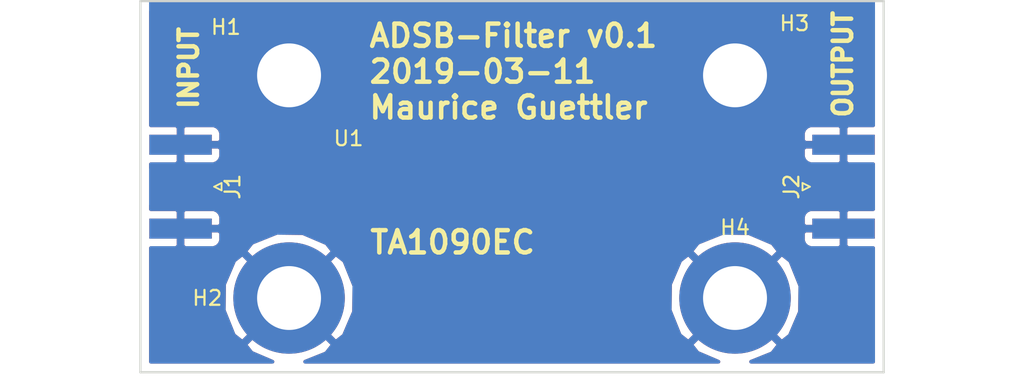
<source format=kicad_pcb>
(kicad_pcb (version 20171130) (host pcbnew 5.0.2+dfsg1-1)

  (general
    (thickness 1.6)
    (drawings 8)
    (tracks 0)
    (zones 0)
    (modules 7)
    (nets 4)
  )

  (page A4)
  (layers
    (0 F.Cu signal)
    (31 B.Cu signal hide)
    (32 B.Adhes user)
    (33 F.Adhes user)
    (34 B.Paste user)
    (35 F.Paste user)
    (36 B.SilkS user)
    (37 F.SilkS user)
    (38 B.Mask user)
    (39 F.Mask user)
    (40 Dwgs.User user)
    (41 Cmts.User user)
    (42 Eco1.User user)
    (43 Eco2.User user)
    (44 Edge.Cuts user)
    (45 Margin user)
    (46 B.CrtYd user)
    (47 F.CrtYd user)
    (48 B.Fab user)
    (49 F.Fab user)
  )

  (setup
    (last_trace_width 0.25)
    (user_trace_width 0.3)
    (user_trace_width 0.4)
    (user_trace_width 0.5)
    (user_trace_width 0.75)
    (user_trace_width 1)
    (user_trace_width 2)
    (trace_clearance 0.2)
    (zone_clearance 0.508)
    (zone_45_only no)
    (trace_min 0.2)
    (segment_width 0.2)
    (edge_width 0.15)
    (via_size 0.8)
    (via_drill 0.4)
    (via_min_size 0.4)
    (via_min_drill 0.3)
    (uvia_size 0.3)
    (uvia_drill 0.1)
    (uvias_allowed no)
    (uvia_min_size 0.2)
    (uvia_min_drill 0.1)
    (pcb_text_width 0.3)
    (pcb_text_size 1.5 1.5)
    (mod_edge_width 0.15)
    (mod_text_size 1 1)
    (mod_text_width 0.15)
    (pad_size 1.524 1.524)
    (pad_drill 0.762)
    (pad_to_mask_clearance 0.051)
    (solder_mask_min_width 0.25)
    (aux_axis_origin 0 0)
    (visible_elements FFFFFF7F)
    (pcbplotparams
      (layerselection 0x010fc_ffffffff)
      (usegerberextensions false)
      (usegerberattributes false)
      (usegerberadvancedattributes false)
      (creategerberjobfile false)
      (excludeedgelayer true)
      (linewidth 0.100000)
      (plotframeref false)
      (viasonmask false)
      (mode 1)
      (useauxorigin false)
      (hpglpennumber 1)
      (hpglpenspeed 20)
      (hpglpendiameter 15.000000)
      (psnegative false)
      (psa4output false)
      (plotreference true)
      (plotvalue true)
      (plotinvisibletext false)
      (padsonsilk false)
      (subtractmaskfromsilk false)
      (outputformat 1)
      (mirror false)
      (drillshape 0)
      (scaleselection 1)
      (outputdirectory "../../dump/adsb_test_gerber/"))
  )

  (net 0 "")
  (net 1 "Net-(J2-Pad1)")
  (net 2 "Net-(J1-Pad1)")
  (net 3 GND)

  (net_class Default "Dies ist die voreingestellte Netzklasse."
    (clearance 0.2)
    (trace_width 0.25)
    (via_dia 0.8)
    (via_drill 0.4)
    (uvia_dia 0.3)
    (uvia_drill 0.1)
    (add_net GND)
    (add_net "Net-(J1-Pad1)")
    (add_net "Net-(J2-Pad1)")
  )

  (module Connector_Coaxial:SMA_Samtec_SMA-J-P-H-ST-EM1_EdgeMount (layer F.Cu) (tedit 5BA382C0) (tstamp 5C923B20)
    (at 147.3 87.5)
    (descr http://suddendocs.samtec.com/prints/sma-j-p-x-st-em1-mkt.pdf)
    (tags SMA)
    (path /5C741270)
    (attr smd)
    (fp_text reference J2 (at -3.5 0 90) (layer F.SilkS)
      (effects (font (size 1 1) (thickness 0.15)))
    )
    (fp_text value Conn_Coaxial (at 5 5.9) (layer F.Fab)
      (effects (font (size 1 1) (thickness 0.15)))
    )
    (fp_text user "PCB Edge" (at 2.6 0 90) (layer Dwgs.User)
      (effects (font (size 0.5 0.5) (thickness 0.1)))
    )
    (fp_line (start 2.1 -3.5) (end 2.1 3.5) (layer Dwgs.User) (width 0.1))
    (fp_line (start 3 4.5) (end 3 4) (layer B.CrtYd) (width 0.05))
    (fp_line (start 12.12 4.5) (end 3 4.5) (layer B.CrtYd) (width 0.05))
    (fp_line (start 3 -4.5) (end 3 -4) (layer B.CrtYd) (width 0.05))
    (fp_line (start 12.12 -4.5) (end 3 -4.5) (layer B.CrtYd) (width 0.05))
    (fp_line (start 3 -4.5) (end 3 -4) (layer F.CrtYd) (width 0.05))
    (fp_line (start 12.12 -4.5) (end 3 -4.5) (layer F.CrtYd) (width 0.05))
    (fp_line (start 3 4.5) (end 3 4) (layer F.CrtYd) (width 0.05))
    (fp_line (start 12.12 4.5) (end 3 4.5) (layer F.CrtYd) (width 0.05))
    (fp_line (start -1.71 3.175) (end 11.62 3.175) (layer F.Fab) (width 0.1))
    (fp_line (start -1.71 2.365) (end -1.71 3.175) (layer F.Fab) (width 0.1))
    (fp_line (start 2.1 2.365) (end -1.71 2.365) (layer F.Fab) (width 0.1))
    (fp_line (start 2.1 -2.365) (end 2.1 2.365) (layer F.Fab) (width 0.1))
    (fp_line (start -1.71 -2.365) (end 2.1 -2.365) (layer F.Fab) (width 0.1))
    (fp_line (start -1.71 -3.175) (end -1.71 -2.365) (layer F.Fab) (width 0.1))
    (fp_line (start -1.71 -3.175) (end 11.62 -3.175) (layer F.Fab) (width 0.1))
    (fp_line (start 11.62 -3.165) (end 11.62 3.165) (layer F.Fab) (width 0.1))
    (fp_line (start -2.6 4) (end -2.6 -4) (layer B.CrtYd) (width 0.05))
    (fp_line (start 3 4) (end -2.6 4) (layer B.CrtYd) (width 0.05))
    (fp_line (start 12.12 -4.5) (end 12.12 4.5) (layer B.CrtYd) (width 0.05))
    (fp_line (start 3 -4) (end -2.6 -4) (layer B.CrtYd) (width 0.05))
    (fp_line (start -2.6 4) (end -2.6 -4) (layer F.CrtYd) (width 0.05))
    (fp_line (start 3 4) (end -2.6 4) (layer F.CrtYd) (width 0.05))
    (fp_line (start 12.12 -4.5) (end 12.12 4.5) (layer F.CrtYd) (width 0.05))
    (fp_line (start 3 -4) (end -2.6 -4) (layer F.CrtYd) (width 0.05))
    (fp_text user %R (at 4.79 0 270) (layer F.Fab)
      (effects (font (size 1 1) (thickness 0.15)))
    )
    (fp_line (start 2.1 -0.75) (end 3.1 0) (layer F.Fab) (width 0.1))
    (fp_line (start 3.1 0) (end 2.1 0.75) (layer F.Fab) (width 0.1))
    (fp_line (start -2.26 0) (end -2.76 -0.25) (layer F.SilkS) (width 0.12))
    (fp_line (start -2.76 -0.25) (end -2.76 0.25) (layer F.SilkS) (width 0.12))
    (fp_line (start -2.76 0.25) (end -2.26 0) (layer F.SilkS) (width 0.12))
    (pad 1 smd rect (at 0.2 0 90) (size 1.27 3.6) (layers F.Cu F.Paste F.Mask)
      (net 1 "Net-(J2-Pad1)"))
    (pad 2 smd rect (at 0 -2.825 90) (size 1.35 4.2) (layers F.Cu F.Paste F.Mask)
      (net 3 GND))
    (pad 2 smd rect (at 0 2.825 90) (size 1.35 4.2) (layers F.Cu F.Paste F.Mask)
      (net 3 GND))
    (pad 2 smd rect (at 0 -2.825 90) (size 1.35 4.2) (layers B.Cu B.Paste B.Mask)
      (net 3 GND))
    (pad 2 smd rect (at 0 2.825 90) (size 1.35 4.2) (layers B.Cu B.Paste B.Mask)
      (net 3 GND))
    (model ${KISYS3DMOD}/Connector_Coaxial.3dshapes/SMA_Samtec_SMA-J-P-H-ST-EM1_EdgeMount.wrl
      (at (xyz 0 0 0))
      (scale (xyz 1 1 1))
      (rotate (xyz 0 0 0))
    )
  )

  (module Connector_Coaxial:SMA_Samtec_SMA-J-P-H-ST-EM1_EdgeMount (layer F.Cu) (tedit 5BA382C0) (tstamp 5C9E33D0)
    (at 102.7 87.5 180)
    (descr http://suddendocs.samtec.com/prints/sma-j-p-x-st-em1-mkt.pdf)
    (tags SMA)
    (path /5C741208)
    (attr smd)
    (fp_text reference J1 (at -3.5 0 270) (layer F.SilkS)
      (effects (font (size 1 1) (thickness 0.15)))
    )
    (fp_text value Conn_Coaxial (at 5 5.9 180) (layer F.Fab)
      (effects (font (size 1 1) (thickness 0.15)))
    )
    (fp_line (start -2.76 0.25) (end -2.26 0) (layer F.SilkS) (width 0.12))
    (fp_line (start -2.76 -0.25) (end -2.76 0.25) (layer F.SilkS) (width 0.12))
    (fp_line (start -2.26 0) (end -2.76 -0.25) (layer F.SilkS) (width 0.12))
    (fp_line (start 3.1 0) (end 2.1 0.75) (layer F.Fab) (width 0.1))
    (fp_line (start 2.1 -0.75) (end 3.1 0) (layer F.Fab) (width 0.1))
    (fp_text user %R (at 4.79 0 90) (layer F.Fab)
      (effects (font (size 1 1) (thickness 0.15)))
    )
    (fp_line (start 3 -4) (end -2.6 -4) (layer F.CrtYd) (width 0.05))
    (fp_line (start 12.12 -4.5) (end 12.12 4.5) (layer F.CrtYd) (width 0.05))
    (fp_line (start 3 4) (end -2.6 4) (layer F.CrtYd) (width 0.05))
    (fp_line (start -2.6 4) (end -2.6 -4) (layer F.CrtYd) (width 0.05))
    (fp_line (start 3 -4) (end -2.6 -4) (layer B.CrtYd) (width 0.05))
    (fp_line (start 12.12 -4.5) (end 12.12 4.5) (layer B.CrtYd) (width 0.05))
    (fp_line (start 3 4) (end -2.6 4) (layer B.CrtYd) (width 0.05))
    (fp_line (start -2.6 4) (end -2.6 -4) (layer B.CrtYd) (width 0.05))
    (fp_line (start 11.62 -3.165) (end 11.62 3.165) (layer F.Fab) (width 0.1))
    (fp_line (start -1.71 -3.175) (end 11.62 -3.175) (layer F.Fab) (width 0.1))
    (fp_line (start -1.71 -3.175) (end -1.71 -2.365) (layer F.Fab) (width 0.1))
    (fp_line (start -1.71 -2.365) (end 2.1 -2.365) (layer F.Fab) (width 0.1))
    (fp_line (start 2.1 -2.365) (end 2.1 2.365) (layer F.Fab) (width 0.1))
    (fp_line (start 2.1 2.365) (end -1.71 2.365) (layer F.Fab) (width 0.1))
    (fp_line (start -1.71 2.365) (end -1.71 3.175) (layer F.Fab) (width 0.1))
    (fp_line (start -1.71 3.175) (end 11.62 3.175) (layer F.Fab) (width 0.1))
    (fp_line (start 12.12 4.5) (end 3 4.5) (layer F.CrtYd) (width 0.05))
    (fp_line (start 3 4.5) (end 3 4) (layer F.CrtYd) (width 0.05))
    (fp_line (start 12.12 -4.5) (end 3 -4.5) (layer F.CrtYd) (width 0.05))
    (fp_line (start 3 -4.5) (end 3 -4) (layer F.CrtYd) (width 0.05))
    (fp_line (start 12.12 -4.5) (end 3 -4.5) (layer B.CrtYd) (width 0.05))
    (fp_line (start 3 -4.5) (end 3 -4) (layer B.CrtYd) (width 0.05))
    (fp_line (start 12.12 4.5) (end 3 4.5) (layer B.CrtYd) (width 0.05))
    (fp_line (start 3 4.5) (end 3 4) (layer B.CrtYd) (width 0.05))
    (fp_line (start 2.1 -3.5) (end 2.1 3.5) (layer Dwgs.User) (width 0.1))
    (fp_text user "PCB Edge" (at 2.6 0 270) (layer Dwgs.User)
      (effects (font (size 0.5 0.5) (thickness 0.1)))
    )
    (pad 2 smd rect (at 0 2.825 270) (size 1.35 4.2) (layers B.Cu B.Paste B.Mask)
      (net 3 GND))
    (pad 2 smd rect (at 0 -2.825 270) (size 1.35 4.2) (layers B.Cu B.Paste B.Mask)
      (net 3 GND))
    (pad 2 smd rect (at 0 2.825 270) (size 1.35 4.2) (layers F.Cu F.Paste F.Mask)
      (net 3 GND))
    (pad 2 smd rect (at 0 -2.825 270) (size 1.35 4.2) (layers F.Cu F.Paste F.Mask)
      (net 3 GND))
    (pad 1 smd rect (at 0.2 0 270) (size 1.27 3.6) (layers F.Cu F.Paste F.Mask)
      (net 2 "Net-(J1-Pad1)"))
    (model ${KISYS3DMOD}/Connector_Coaxial.3dshapes/SMA_Samtec_SMA-J-P-H-ST-EM1_EdgeMount.wrl
      (at (xyz 0 0 0))
      (scale (xyz 1 1 1))
      (rotate (xyz 0 0 0))
    )
  )

  (module Filter:ta1090ec (layer F.Cu) (tedit 5C780BE3) (tstamp 5C923ACE)
    (at 113.9 87.5)
    (path /5C780C94)
    (fp_text reference U1 (at 0.1 -3.25) (layer F.SilkS)
      (effects (font (size 1 1) (thickness 0.15)))
    )
    (fp_text value TA1090EC (at 0.4 -2.4) (layer F.Fab)
      (effects (font (size 1 1) (thickness 0.15)))
    )
    (pad 5 smd rect (at 1.4 0) (size 1 0.6) (layers F.Cu F.Paste F.Mask)
      (net 1 "Net-(J2-Pad1)"))
    (pad 4 smd rect (at 1.4 1.27) (size 1 0.6) (layers F.Cu F.Paste F.Mask)
      (net 3 GND))
    (pad 1 smd rect (at -1.4 -1.27) (size 2 0.6) (drill (offset 0.5 0)) (layers F.Cu F.Paste F.Mask)
      (net 3 GND))
    (pad 2 smd rect (at -1.4 0) (size 1 0.6) (layers F.Cu F.Paste F.Mask)
      (net 2 "Net-(J1-Pad1)"))
    (pad 3 smd rect (at -1.4 1.27) (size 1 0.6) (layers F.Cu F.Paste F.Mask)
      (net 3 GND))
    (pad 6 smd rect (at 1.4 -1.27) (size 1 0.6) (layers F.Cu F.Paste F.Mask)
      (net 3 GND))
  )

  (module MountingHole:MountingHole_4.3mm_M4_DIN965_Pad (layer F.Cu) (tedit 56D1B4CB) (tstamp 5C923AC4)
    (at 140 95)
    (descr "Mounting Hole 4.3mm, M4, DIN965")
    (tags "mounting hole 4.3mm m4 din965")
    (path /5C855A62)
    (attr virtual)
    (fp_text reference H4 (at 0 -4.75) (layer F.SilkS)
      (effects (font (size 1 1) (thickness 0.15)))
    )
    (fp_text value MountingHole_Pad (at 0 4.75) (layer F.Fab)
      (effects (font (size 1 1) (thickness 0.15)))
    )
    (fp_circle (center 0 0) (end 4 0) (layer F.CrtYd) (width 0.05))
    (fp_circle (center 0 0) (end 3.75 0) (layer Cmts.User) (width 0.15))
    (fp_text user %R (at 0.3 0) (layer F.Fab)
      (effects (font (size 1 1) (thickness 0.15)))
    )
    (pad 1 thru_hole circle (at 0 0) (size 7.5 7.5) (drill 4.3) (layers *.Cu *.Mask)
      (net 3 GND))
  )

  (module MountingHole:MountingHole_4.3mm_M4_DIN965_Pad (layer F.Cu) (tedit 56D1B4CB) (tstamp 5C923ABC)
    (at 140 80)
    (descr "Mounting Hole 4.3mm, M4, DIN965")
    (tags "mounting hole 4.3mm m4 din965")
    (path /5C855B3E)
    (attr virtual)
    (fp_text reference H3 (at 4 -3.5) (layer F.SilkS)
      (effects (font (size 1 1) (thickness 0.15)))
    )
    (fp_text value MountingHole_Pad (at 0 4.75) (layer F.Fab)
      (effects (font (size 1 1) (thickness 0.15)))
    )
    (fp_text user %R (at 0.3 0) (layer F.Fab)
      (effects (font (size 1 1) (thickness 0.15)))
    )
    (fp_circle (center 0 0) (end 3.75 0) (layer Cmts.User) (width 0.15))
    (fp_circle (center 0 0) (end 4 0) (layer F.CrtYd) (width 0.05))
    (pad 1 thru_hole circle (at 0 0) (size 7.5 7.5) (drill 4.3) (layers *.Cu *.Mask)
      (net 3 GND))
  )

  (module MountingHole:MountingHole_4.3mm_M4_DIN965_Pad (layer F.Cu) (tedit 56D1B4CB) (tstamp 5C923AB4)
    (at 110 95)
    (descr "Mounting Hole 4.3mm, M4, DIN965")
    (tags "mounting hole 4.3mm m4 din965")
    (path /5C855CCE)
    (attr virtual)
    (fp_text reference H2 (at -5.5 0) (layer F.SilkS)
      (effects (font (size 1 1) (thickness 0.15)))
    )
    (fp_text value MountingHole_Pad (at 0 4.75) (layer F.Fab)
      (effects (font (size 1 1) (thickness 0.15)))
    )
    (fp_circle (center 0 0) (end 4 0) (layer F.CrtYd) (width 0.05))
    (fp_circle (center 0 0) (end 3.75 0) (layer Cmts.User) (width 0.15))
    (fp_text user %R (at 0.3 0) (layer F.Fab)
      (effects (font (size 1 1) (thickness 0.15)))
    )
    (pad 1 thru_hole circle (at 0 0) (size 7.5 7.5) (drill 4.3) (layers *.Cu *.Mask)
      (net 3 GND))
  )

  (module MountingHole:MountingHole_4.3mm_M4_DIN965_Pad (layer F.Cu) (tedit 56D1B4CB) (tstamp 5C923AAC)
    (at 110 80)
    (descr "Mounting Hole 4.3mm, M4, DIN965")
    (tags "mounting hole 4.3mm m4 din965")
    (path /5C855CD5)
    (attr virtual)
    (fp_text reference H1 (at -4.25 -3.25) (layer F.SilkS)
      (effects (font (size 1 1) (thickness 0.15)))
    )
    (fp_text value MountingHole_Pad (at 0 4.75) (layer F.Fab)
      (effects (font (size 1 1) (thickness 0.15)))
    )
    (fp_text user %R (at 0.3 0) (layer F.Fab)
      (effects (font (size 1 1) (thickness 0.15)))
    )
    (fp_circle (center 0 0) (end 3.75 0) (layer Cmts.User) (width 0.15))
    (fp_circle (center 0 0) (end 4 0) (layer F.CrtYd) (width 0.05))
    (pad 1 thru_hole circle (at 0 0) (size 7.5 7.5) (drill 4.3) (layers *.Cu *.Mask)
      (net 3 GND))
  )

  (gr_text TA1090EC (at 121 91.25) (layer F.SilkS)
    (effects (font (size 1.5 1.5) (thickness 0.3)))
  )
  (gr_text OUTPUT (at 147.25 79.25 90) (layer F.SilkS)
    (effects (font (size 1.25 1.25) (thickness 0.3)))
  )
  (gr_text INPUT (at 103.25 79.5 90) (layer F.SilkS)
    (effects (font (size 1.25 1.25) (thickness 0.3)))
  )
  (gr_text "ADSB-Filter v0.1\n2019-03-11\nMaurice Guettler" (at 115.25 79.75) (layer F.SilkS)
    (effects (font (size 1.5 1.5) (thickness 0.3)) (justify left))
  )
  (gr_line (start 100 75) (end 100 100) (layer Edge.Cuts) (width 0.15))
  (gr_line (start 150 75) (end 100 75) (layer Edge.Cuts) (width 0.15))
  (gr_line (start 150 100) (end 150 75) (layer Edge.Cuts) (width 0.15))
  (gr_line (start 100 100) (end 150 100) (layer Edge.Cuts) (width 0.15))

  (zone (net 3) (net_name GND) (layer F.Cu) (tstamp 5C9E2E04) (hatch edge 0.508)
    (connect_pads (clearance 0.508))
    (min_thickness 0.254)
    (fill yes (arc_segments 16) (thermal_gap 0.508) (thermal_bridge_width 0.508))
    (polygon
      (pts
        (xy 100 75) (xy 150 75) (xy 150 100) (xy 100 100)
      )
    )
    (filled_polygon
      (pts
        (xy 107.556615 76.25582) (xy 107.475872 76.309771) (xy 107.04197 76.862365) (xy 110 79.820395) (xy 112.95803 76.862365)
        (xy 112.524128 76.309771) (xy 111.119496 75.71) (xy 138.91591 75.71) (xy 137.556615 76.25582) (xy 137.475872 76.309771)
        (xy 137.04197 76.862365) (xy 140 79.820395) (xy 142.95803 76.862365) (xy 142.524128 76.309771) (xy 141.119496 75.71)
        (xy 149.29 75.71) (xy 149.29 83.365) (xy 147.58575 83.365) (xy 147.427 83.52375) (xy 147.427 84.548)
        (xy 147.447 84.548) (xy 147.447 84.802) (xy 147.427 84.802) (xy 147.427 85.82625) (xy 147.58575 85.985)
        (xy 149.29 85.985) (xy 149.29 86.21756) (xy 145.7 86.21756) (xy 145.452235 86.266843) (xy 145.242191 86.407191)
        (xy 145.101843 86.617235) (xy 145.05256 86.865) (xy 145.05256 88.135) (xy 145.101843 88.382765) (xy 145.242191 88.592809)
        (xy 145.452235 88.733157) (xy 145.7 88.78244) (xy 149.29 88.78244) (xy 149.29 89.015) (xy 147.58575 89.015)
        (xy 147.427 89.17375) (xy 147.427 90.198) (xy 147.447 90.198) (xy 147.447 90.452) (xy 147.427 90.452)
        (xy 147.427 91.47625) (xy 147.58575 91.635) (xy 149.29 91.635) (xy 149.29 99.29) (xy 141.08409 99.29)
        (xy 142.443385 98.74418) (xy 142.524128 98.690229) (xy 142.95803 98.137635) (xy 140 95.179605) (xy 137.04197 98.137635)
        (xy 137.475872 98.690229) (xy 138.880504 99.29) (xy 111.08409 99.29) (xy 112.443385 98.74418) (xy 112.524128 98.690229)
        (xy 112.95803 98.137635) (xy 110 95.179605) (xy 107.04197 98.137635) (xy 107.475872 98.690229) (xy 108.880504 99.29)
        (xy 100.71 99.29) (xy 100.71 95.824558) (xy 105.605786 95.824558) (xy 106.25582 97.443385) (xy 106.309771 97.524128)
        (xy 106.862365 97.95803) (xy 109.820395 95) (xy 110.179605 95) (xy 113.137635 97.95803) (xy 113.690229 97.524128)
        (xy 114.375269 95.919801) (xy 114.376303 95.824558) (xy 135.605786 95.824558) (xy 136.25582 97.443385) (xy 136.309771 97.524128)
        (xy 136.862365 97.95803) (xy 139.820395 95) (xy 140.179605 95) (xy 143.137635 97.95803) (xy 143.690229 97.524128)
        (xy 144.375269 95.919801) (xy 144.394214 94.175442) (xy 143.74418 92.556615) (xy 143.690229 92.475872) (xy 143.137635 92.04197)
        (xy 140.179605 95) (xy 139.820395 95) (xy 136.862365 92.04197) (xy 136.309771 92.475872) (xy 135.624731 94.080199)
        (xy 135.605786 95.824558) (xy 114.376303 95.824558) (xy 114.394214 94.175442) (xy 113.74418 92.556615) (xy 113.690229 92.475872)
        (xy 113.137635 92.04197) (xy 110.179605 95) (xy 109.820395 95) (xy 106.862365 92.04197) (xy 106.309771 92.475872)
        (xy 105.624731 94.080199) (xy 105.605786 95.824558) (xy 100.71 95.824558) (xy 100.71 91.862365) (xy 107.04197 91.862365)
        (xy 110 94.820395) (xy 112.95803 91.862365) (xy 137.04197 91.862365) (xy 140 94.820395) (xy 142.95803 91.862365)
        (xy 142.524128 91.309771) (xy 140.919801 90.624731) (xy 139.632502 90.61075) (xy 144.565 90.61075) (xy 144.565 91.126309)
        (xy 144.661673 91.359698) (xy 144.840301 91.538327) (xy 145.07369 91.635) (xy 147.01425 91.635) (xy 147.173 91.47625)
        (xy 147.173 90.452) (xy 144.72375 90.452) (xy 144.565 90.61075) (xy 139.632502 90.61075) (xy 139.175442 90.605786)
        (xy 137.556615 91.25582) (xy 137.475872 91.309771) (xy 137.04197 91.862365) (xy 112.95803 91.862365) (xy 112.524128 91.309771)
        (xy 110.919801 90.624731) (xy 109.175442 90.605786) (xy 107.556615 91.25582) (xy 107.475872 91.309771) (xy 107.04197 91.862365)
        (xy 100.71 91.862365) (xy 100.71 91.635) (xy 102.41425 91.635) (xy 102.573 91.47625) (xy 102.573 90.452)
        (xy 102.827 90.452) (xy 102.827 91.47625) (xy 102.98575 91.635) (xy 104.92631 91.635) (xy 105.159699 91.538327)
        (xy 105.338327 91.359698) (xy 105.435 91.126309) (xy 105.435 90.61075) (xy 105.27625 90.452) (xy 102.827 90.452)
        (xy 102.573 90.452) (xy 102.553 90.452) (xy 102.553 90.198) (xy 102.573 90.198) (xy 102.573 89.17375)
        (xy 102.827 89.17375) (xy 102.827 90.198) (xy 105.27625 90.198) (xy 105.435 90.03925) (xy 105.435 89.523691)
        (xy 105.338327 89.290302) (xy 105.159699 89.111673) (xy 105.02469 89.05575) (xy 111.365 89.05575) (xy 111.365 89.19631)
        (xy 111.461673 89.429699) (xy 111.640302 89.608327) (xy 111.873691 89.705) (xy 112.21425 89.705) (xy 112.373 89.54625)
        (xy 112.373 88.897) (xy 112.627 88.897) (xy 112.627 89.54625) (xy 112.78575 89.705) (xy 113.126309 89.705)
        (xy 113.359698 89.608327) (xy 113.538327 89.429699) (xy 113.635 89.19631) (xy 113.635 89.05575) (xy 114.165 89.05575)
        (xy 114.165 89.19631) (xy 114.261673 89.429699) (xy 114.440302 89.608327) (xy 114.673691 89.705) (xy 115.01425 89.705)
        (xy 115.173 89.54625) (xy 115.173 88.897) (xy 115.427 88.897) (xy 115.427 89.54625) (xy 115.58575 89.705)
        (xy 115.926309 89.705) (xy 116.159698 89.608327) (xy 116.244334 89.523691) (xy 144.565 89.523691) (xy 144.565 90.03925)
        (xy 144.72375 90.198) (xy 147.173 90.198) (xy 147.173 89.17375) (xy 147.01425 89.015) (xy 145.07369 89.015)
        (xy 144.840301 89.111673) (xy 144.661673 89.290302) (xy 144.565 89.523691) (xy 116.244334 89.523691) (xy 116.338327 89.429699)
        (xy 116.435 89.19631) (xy 116.435 89.05575) (xy 116.27625 88.897) (xy 115.427 88.897) (xy 115.173 88.897)
        (xy 114.32375 88.897) (xy 114.165 89.05575) (xy 113.635 89.05575) (xy 113.47625 88.897) (xy 112.627 88.897)
        (xy 112.373 88.897) (xy 111.52375 88.897) (xy 111.365 89.05575) (xy 105.02469 89.05575) (xy 104.92631 89.015)
        (xy 102.98575 89.015) (xy 102.827 89.17375) (xy 102.573 89.17375) (xy 102.41425 89.015) (xy 100.71 89.015)
        (xy 100.71 88.78244) (xy 104.3 88.78244) (xy 104.547765 88.733157) (xy 104.757809 88.592809) (xy 104.898157 88.382765)
        (xy 104.94744 88.135) (xy 104.94744 87.2) (xy 111.35256 87.2) (xy 111.35256 87.8) (xy 111.401843 88.047765)
        (xy 111.454768 88.126972) (xy 111.365 88.34369) (xy 111.365 88.48425) (xy 111.52375 88.643) (xy 112.373 88.643)
        (xy 112.373 88.623) (xy 112.627 88.623) (xy 112.627 88.643) (xy 113.47625 88.643) (xy 113.635 88.48425)
        (xy 113.635 88.34369) (xy 113.545232 88.126972) (xy 113.598157 88.047765) (xy 113.64744 87.8) (xy 113.64744 87.2)
        (xy 113.640478 87.165) (xy 114.126309 87.165) (xy 114.162504 87.150008) (xy 114.15256 87.2) (xy 114.15256 87.8)
        (xy 114.201843 88.047765) (xy 114.254768 88.126972) (xy 114.165 88.34369) (xy 114.165 88.48425) (xy 114.32375 88.643)
        (xy 115.173 88.643) (xy 115.173 88.623) (xy 115.427 88.623) (xy 115.427 88.643) (xy 116.27625 88.643)
        (xy 116.435 88.48425) (xy 116.435 88.34369) (xy 116.345232 88.126972) (xy 116.398157 88.047765) (xy 116.44744 87.8)
        (xy 116.44744 87.2) (xy 116.398157 86.952235) (xy 116.345232 86.873028) (xy 116.435 86.65631) (xy 116.435 86.51575)
        (xy 116.27625 86.357) (xy 115.427 86.357) (xy 115.427 86.377) (xy 115.173 86.377) (xy 115.173 86.357)
        (xy 113.127 86.357) (xy 113.127 86.377) (xy 112.873 86.377) (xy 112.873 86.357) (xy 111.52375 86.357)
        (xy 111.365 86.51575) (xy 111.365 86.65631) (xy 111.454768 86.873028) (xy 111.401843 86.952235) (xy 111.35256 87.2)
        (xy 104.94744 87.2) (xy 104.94744 86.865) (xy 104.898157 86.617235) (xy 104.757809 86.407191) (xy 104.547765 86.266843)
        (xy 104.3 86.21756) (xy 100.71 86.21756) (xy 100.71 85.985) (xy 102.41425 85.985) (xy 102.573 85.82625)
        (xy 102.573 84.802) (xy 102.827 84.802) (xy 102.827 85.82625) (xy 102.98575 85.985) (xy 104.92631 85.985)
        (xy 105.159699 85.888327) (xy 105.244335 85.80369) (xy 111.365 85.80369) (xy 111.365 85.94425) (xy 111.52375 86.103)
        (xy 112.873 86.103) (xy 112.873 85.45375) (xy 113.127 85.45375) (xy 113.127 86.103) (xy 115.173 86.103)
        (xy 115.173 85.45375) (xy 115.427 85.45375) (xy 115.427 86.103) (xy 116.27625 86.103) (xy 116.435 85.94425)
        (xy 116.435 85.80369) (xy 116.338327 85.570301) (xy 116.159698 85.391673) (xy 115.926309 85.295) (xy 115.58575 85.295)
        (xy 115.427 85.45375) (xy 115.173 85.45375) (xy 115.01425 85.295) (xy 114.673691 85.295) (xy 114.440302 85.391673)
        (xy 114.4 85.431975) (xy 114.359698 85.391673) (xy 114.126309 85.295) (xy 113.28575 85.295) (xy 113.127 85.45375)
        (xy 112.873 85.45375) (xy 112.71425 85.295) (xy 111.873691 85.295) (xy 111.640302 85.391673) (xy 111.461673 85.570301)
        (xy 111.365 85.80369) (xy 105.244335 85.80369) (xy 105.338327 85.709698) (xy 105.435 85.476309) (xy 105.435 84.96075)
        (xy 144.565 84.96075) (xy 144.565 85.476309) (xy 144.661673 85.709698) (xy 144.840301 85.888327) (xy 145.07369 85.985)
        (xy 147.01425 85.985) (xy 147.173 85.82625) (xy 147.173 84.802) (xy 144.72375 84.802) (xy 144.565 84.96075)
        (xy 105.435 84.96075) (xy 105.27625 84.802) (xy 102.827 84.802) (xy 102.573 84.802) (xy 102.553 84.802)
        (xy 102.553 84.548) (xy 102.573 84.548) (xy 102.573 83.52375) (xy 102.827 83.52375) (xy 102.827 84.548)
        (xy 105.27625 84.548) (xy 105.435 84.38925) (xy 105.435 83.873691) (xy 105.338327 83.640302) (xy 105.159699 83.461673)
        (xy 104.92631 83.365) (xy 102.98575 83.365) (xy 102.827 83.52375) (xy 102.573 83.52375) (xy 102.41425 83.365)
        (xy 100.71 83.365) (xy 100.71 83.137635) (xy 107.04197 83.137635) (xy 107.475872 83.690229) (xy 109.080199 84.375269)
        (xy 110.824558 84.394214) (xy 112.443385 83.74418) (xy 112.524128 83.690229) (xy 112.95803 83.137635) (xy 137.04197 83.137635)
        (xy 137.475872 83.690229) (xy 139.080199 84.375269) (xy 140.824558 84.394214) (xy 142.120854 83.873691) (xy 144.565 83.873691)
        (xy 144.565 84.38925) (xy 144.72375 84.548) (xy 147.173 84.548) (xy 147.173 83.52375) (xy 147.01425 83.365)
        (xy 145.07369 83.365) (xy 144.840301 83.461673) (xy 144.661673 83.640302) (xy 144.565 83.873691) (xy 142.120854 83.873691)
        (xy 142.443385 83.74418) (xy 142.524128 83.690229) (xy 142.95803 83.137635) (xy 140 80.179605) (xy 137.04197 83.137635)
        (xy 112.95803 83.137635) (xy 110 80.179605) (xy 107.04197 83.137635) (xy 100.71 83.137635) (xy 100.71 80.824558)
        (xy 105.605786 80.824558) (xy 106.25582 82.443385) (xy 106.309771 82.524128) (xy 106.862365 82.95803) (xy 109.820395 80)
        (xy 110.179605 80) (xy 113.137635 82.95803) (xy 113.690229 82.524128) (xy 114.375269 80.919801) (xy 114.376303 80.824558)
        (xy 135.605786 80.824558) (xy 136.25582 82.443385) (xy 136.309771 82.524128) (xy 136.862365 82.95803) (xy 139.820395 80)
        (xy 140.179605 80) (xy 143.137635 82.95803) (xy 143.690229 82.524128) (xy 144.375269 80.919801) (xy 144.394214 79.175442)
        (xy 143.74418 77.556615) (xy 143.690229 77.475872) (xy 143.137635 77.04197) (xy 140.179605 80) (xy 139.820395 80)
        (xy 136.862365 77.04197) (xy 136.309771 77.475872) (xy 135.624731 79.080199) (xy 135.605786 80.824558) (xy 114.376303 80.824558)
        (xy 114.394214 79.175442) (xy 113.74418 77.556615) (xy 113.690229 77.475872) (xy 113.137635 77.04197) (xy 110.179605 80)
        (xy 109.820395 80) (xy 106.862365 77.04197) (xy 106.309771 77.475872) (xy 105.624731 79.080199) (xy 105.605786 80.824558)
        (xy 100.71 80.824558) (xy 100.71 75.71) (xy 108.91591 75.71)
      )
    )
  )
  (zone (net 3) (net_name GND) (layer B.Cu) (tstamp 5C923E9A) (hatch edge 0.508)
    (connect_pads (clearance 0.508))
    (min_thickness 0.254)
    (fill yes (arc_segments 16) (thermal_gap 0.508) (thermal_bridge_width 0.508))
    (polygon
      (pts
        (xy 200 50) (xy 200 100) (xy 100 100) (xy 100 50)
      )
    )
    (filled_polygon
      (pts
        (xy 149.29 83.365) (xy 147.58575 83.365) (xy 147.427 83.52375) (xy 147.427 84.548) (xy 147.447 84.548)
        (xy 147.447 84.802) (xy 147.427 84.802) (xy 147.427 85.82625) (xy 147.58575 85.985) (xy 149.29 85.985)
        (xy 149.29 89.015) (xy 147.58575 89.015) (xy 147.427 89.17375) (xy 147.427 90.198) (xy 147.447 90.198)
        (xy 147.447 90.452) (xy 147.427 90.452) (xy 147.427 91.47625) (xy 147.58575 91.635) (xy 149.29 91.635)
        (xy 149.29 99.29) (xy 141.08409 99.29) (xy 142.443385 98.74418) (xy 142.524128 98.690229) (xy 142.95803 98.137635)
        (xy 140 95.179605) (xy 137.04197 98.137635) (xy 137.475872 98.690229) (xy 138.880504 99.29) (xy 111.08409 99.29)
        (xy 112.443385 98.74418) (xy 112.524128 98.690229) (xy 112.95803 98.137635) (xy 110 95.179605) (xy 107.04197 98.137635)
        (xy 107.475872 98.690229) (xy 108.880504 99.29) (xy 100.71 99.29) (xy 100.71 95.824558) (xy 105.605786 95.824558)
        (xy 106.25582 97.443385) (xy 106.309771 97.524128) (xy 106.862365 97.95803) (xy 109.820395 95) (xy 110.179605 95)
        (xy 113.137635 97.95803) (xy 113.690229 97.524128) (xy 114.375269 95.919801) (xy 114.376303 95.824558) (xy 135.605786 95.824558)
        (xy 136.25582 97.443385) (xy 136.309771 97.524128) (xy 136.862365 97.95803) (xy 139.820395 95) (xy 140.179605 95)
        (xy 143.137635 97.95803) (xy 143.690229 97.524128) (xy 144.375269 95.919801) (xy 144.394214 94.175442) (xy 143.74418 92.556615)
        (xy 143.690229 92.475872) (xy 143.137635 92.04197) (xy 140.179605 95) (xy 139.820395 95) (xy 136.862365 92.04197)
        (xy 136.309771 92.475872) (xy 135.624731 94.080199) (xy 135.605786 95.824558) (xy 114.376303 95.824558) (xy 114.394214 94.175442)
        (xy 113.74418 92.556615) (xy 113.690229 92.475872) (xy 113.137635 92.04197) (xy 110.179605 95) (xy 109.820395 95)
        (xy 106.862365 92.04197) (xy 106.309771 92.475872) (xy 105.624731 94.080199) (xy 105.605786 95.824558) (xy 100.71 95.824558)
        (xy 100.71 91.862365) (xy 107.04197 91.862365) (xy 110 94.820395) (xy 112.95803 91.862365) (xy 137.04197 91.862365)
        (xy 140 94.820395) (xy 142.95803 91.862365) (xy 142.524128 91.309771) (xy 140.919801 90.624731) (xy 139.632502 90.61075)
        (xy 144.565 90.61075) (xy 144.565 91.126309) (xy 144.661673 91.359698) (xy 144.840301 91.538327) (xy 145.07369 91.635)
        (xy 147.01425 91.635) (xy 147.173 91.47625) (xy 147.173 90.452) (xy 144.72375 90.452) (xy 144.565 90.61075)
        (xy 139.632502 90.61075) (xy 139.175442 90.605786) (xy 137.556615 91.25582) (xy 137.475872 91.309771) (xy 137.04197 91.862365)
        (xy 112.95803 91.862365) (xy 112.524128 91.309771) (xy 110.919801 90.624731) (xy 109.175442 90.605786) (xy 107.556615 91.25582)
        (xy 107.475872 91.309771) (xy 107.04197 91.862365) (xy 100.71 91.862365) (xy 100.71 91.635) (xy 102.41425 91.635)
        (xy 102.573 91.47625) (xy 102.573 90.452) (xy 102.827 90.452) (xy 102.827 91.47625) (xy 102.98575 91.635)
        (xy 104.92631 91.635) (xy 105.159699 91.538327) (xy 105.338327 91.359698) (xy 105.435 91.126309) (xy 105.435 90.61075)
        (xy 105.27625 90.452) (xy 102.827 90.452) (xy 102.573 90.452) (xy 102.553 90.452) (xy 102.553 90.198)
        (xy 102.573 90.198) (xy 102.573 89.17375) (xy 102.827 89.17375) (xy 102.827 90.198) (xy 105.27625 90.198)
        (xy 105.435 90.03925) (xy 105.435 89.523691) (xy 144.565 89.523691) (xy 144.565 90.03925) (xy 144.72375 90.198)
        (xy 147.173 90.198) (xy 147.173 89.17375) (xy 147.01425 89.015) (xy 145.07369 89.015) (xy 144.840301 89.111673)
        (xy 144.661673 89.290302) (xy 144.565 89.523691) (xy 105.435 89.523691) (xy 105.338327 89.290302) (xy 105.159699 89.111673)
        (xy 104.92631 89.015) (xy 102.98575 89.015) (xy 102.827 89.17375) (xy 102.573 89.17375) (xy 102.41425 89.015)
        (xy 100.71 89.015) (xy 100.71 85.985) (xy 102.41425 85.985) (xy 102.573 85.82625) (xy 102.573 84.802)
        (xy 102.827 84.802) (xy 102.827 85.82625) (xy 102.98575 85.985) (xy 104.92631 85.985) (xy 105.159699 85.888327)
        (xy 105.338327 85.709698) (xy 105.435 85.476309) (xy 105.435 84.96075) (xy 144.565 84.96075) (xy 144.565 85.476309)
        (xy 144.661673 85.709698) (xy 144.840301 85.888327) (xy 145.07369 85.985) (xy 147.01425 85.985) (xy 147.173 85.82625)
        (xy 147.173 84.802) (xy 144.72375 84.802) (xy 144.565 84.96075) (xy 105.435 84.96075) (xy 105.27625 84.802)
        (xy 102.827 84.802) (xy 102.573 84.802) (xy 102.553 84.802) (xy 102.553 84.548) (xy 102.573 84.548)
        (xy 102.573 83.52375) (xy 102.827 83.52375) (xy 102.827 84.548) (xy 105.27625 84.548) (xy 105.435 84.38925)
        (xy 105.435 83.873691) (xy 144.565 83.873691) (xy 144.565 84.38925) (xy 144.72375 84.548) (xy 147.173 84.548)
        (xy 147.173 83.52375) (xy 147.01425 83.365) (xy 145.07369 83.365) (xy 144.840301 83.461673) (xy 144.661673 83.640302)
        (xy 144.565 83.873691) (xy 105.435 83.873691) (xy 105.338327 83.640302) (xy 105.159699 83.461673) (xy 104.92631 83.365)
        (xy 102.98575 83.365) (xy 102.827 83.52375) (xy 102.573 83.52375) (xy 102.41425 83.365) (xy 100.71 83.365)
        (xy 100.71 60.637635) (xy 104.54197 60.637635) (xy 104.975872 61.190229) (xy 106.580199 61.875269) (xy 108.324558 61.894214)
        (xy 109.943385 61.24418) (xy 110.024128 61.190229) (xy 110.45803 60.637635) (xy 139.54197 60.637635) (xy 139.975872 61.190229)
        (xy 141.580199 61.875269) (xy 143.324558 61.894214) (xy 144.943385 61.24418) (xy 145.024128 61.190229) (xy 145.45803 60.637635)
        (xy 142.5 57.679605) (xy 139.54197 60.637635) (xy 110.45803 60.637635) (xy 107.5 57.679605) (xy 104.54197 60.637635)
        (xy 100.71 60.637635) (xy 100.71 58.324558) (xy 103.105786 58.324558) (xy 103.75582 59.943385) (xy 103.809771 60.024128)
        (xy 104.362365 60.45803) (xy 107.320395 57.5) (xy 107.679605 57.5) (xy 110.637635 60.45803) (xy 111.190229 60.024128)
        (xy 111.875269 58.419801) (xy 111.876303 58.324558) (xy 138.105786 58.324558) (xy 138.75582 59.943385) (xy 138.809771 60.024128)
        (xy 139.362365 60.45803) (xy 142.320395 57.5) (xy 142.679605 57.5) (xy 145.637635 60.45803) (xy 146.190229 60.024128)
        (xy 146.875269 58.419801) (xy 146.894214 56.675442) (xy 146.24418 55.056615) (xy 146.190229 54.975872) (xy 145.637635 54.54197)
        (xy 142.679605 57.5) (xy 142.320395 57.5) (xy 139.362365 54.54197) (xy 138.809771 54.975872) (xy 138.124731 56.580199)
        (xy 138.105786 58.324558) (xy 111.876303 58.324558) (xy 111.894214 56.675442) (xy 111.24418 55.056615) (xy 111.190229 54.975872)
        (xy 110.637635 54.54197) (xy 107.679605 57.5) (xy 107.320395 57.5) (xy 104.362365 54.54197) (xy 103.809771 54.975872)
        (xy 103.124731 56.580199) (xy 103.105786 58.324558) (xy 100.71 58.324558) (xy 100.71 54.362365) (xy 104.54197 54.362365)
        (xy 107.5 57.320395) (xy 110.45803 54.362365) (xy 139.54197 54.362365) (xy 142.5 57.320395) (xy 145.45803 54.362365)
        (xy 145.024128 53.809771) (xy 143.419801 53.124731) (xy 141.675442 53.105786) (xy 140.056615 53.75582) (xy 139.975872 53.809771)
        (xy 139.54197 54.362365) (xy 110.45803 54.362365) (xy 110.024128 53.809771) (xy 108.419801 53.124731) (xy 106.675442 53.105786)
        (xy 105.056615 53.75582) (xy 104.975872 53.809771) (xy 104.54197 54.362365) (xy 100.71 54.362365) (xy 100.71 50.71)
        (xy 149.290001 50.71)
      )
    )
  )
)

</source>
